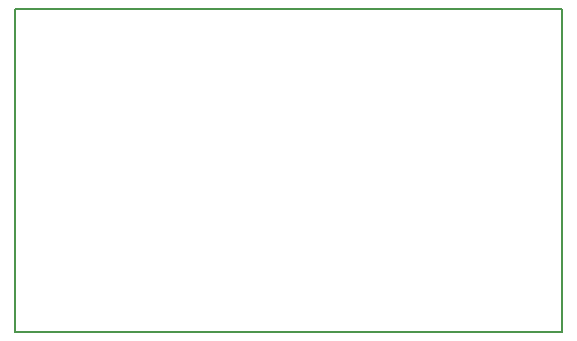
<source format=gbr>
G04 #@! TF.GenerationSoftware,KiCad,Pcbnew,(5.0.1)-3*
G04 #@! TF.CreationDate,2019-02-21T23:49:24-07:00*
G04 #@! TF.ProjectId,PowerManagement2019,506F7765724D616E6167656D656E7432,rev?*
G04 #@! TF.SameCoordinates,Original*
G04 #@! TF.FileFunction,Profile,NP*
%FSLAX46Y46*%
G04 Gerber Fmt 4.6, Leading zero omitted, Abs format (unit mm)*
G04 Created by KiCad (PCBNEW (5.0.1)-3) date 2019-02-21 11:49:24 PM*
%MOMM*%
%LPD*%
G01*
G04 APERTURE LIST*
%ADD10C,0.150000*%
%ADD11C,0.200000*%
G04 APERTURE END LIST*
D10*
X250825000Y-158115000D02*
X249555000Y-158115000D01*
X250825000Y-130810000D02*
X250825000Y-158115000D01*
X249555000Y-130810000D02*
X250825000Y-130810000D01*
X239395000Y-130810000D02*
X249555000Y-130810000D01*
X204470000Y-130810000D02*
X239395000Y-130810000D01*
D11*
X204470000Y-130810000D02*
X204470000Y-132715000D01*
X204470000Y-158115000D02*
X249555000Y-158115000D01*
X204470000Y-132080000D02*
X204470000Y-158115000D01*
M02*

</source>
